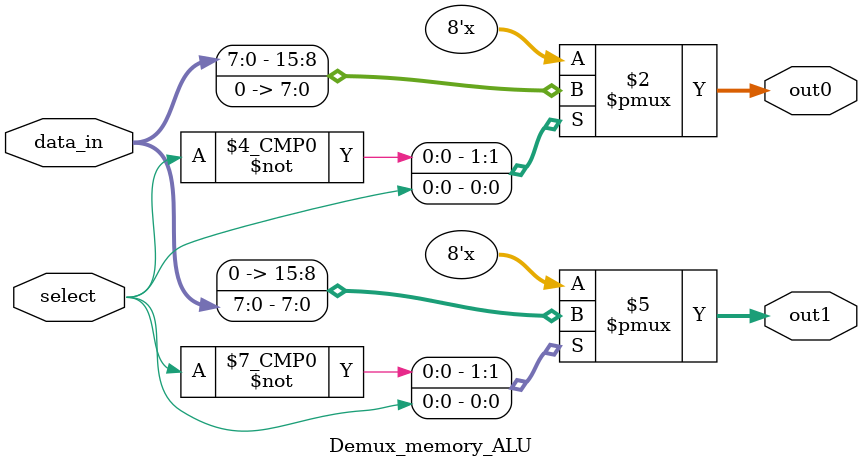
<source format=v>
module Demux_memory_ALU(input [7:0] data_in, input select, output reg [7:0] out0, out1);
        always @ (*) begin
                out0 = 8'b00000000;
                out1 = 8'b00000000;
                case(select)
                        1'b0: out0 = data_in;
                        1'b1: out1 = data_in;
                endcase
        end
endmodule

</source>
